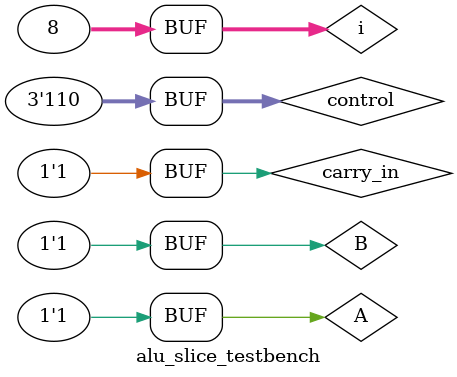
<source format=sv>

`timescale 1ns/10ps
module alu_slice(A, B, carry_in, carry_out, control, result);
	input logic A, B, carry_in;
	input logic [2:0] control;
	output logic carry_out, result;
	parameter delay = 0.05;

	logic [7:0] into_mux;
	
	assign into_mux[0] = B;
	
	logic fulladder_result;
	logic not_B, chosen_B;
	not #delay n (not_B, B);
	mux2_1 m2 (.sel(control[0]), .in({not_B, B}), .out(chosen_B));
	fulladder adder (.A, .B(chosen_B), .carry_in, .carry_out, .sum(fulladder_result));
	assign into_mux[2] = fulladder_result;
	assign into_mux[3] = fulladder_result;
	
	and #delay a (into_mux[4], A, B);
	
	or #delay o (into_mux[5], A, B);
	
	xor #delay x (into_mux[6], A, B);
	
	mux8_1 m8 (.sel(control), .in(into_mux), .out(result));
endmodule

module alu_slice_testbench();
	logic A, B, carry_in;
	logic [2:0] control;
	logic carry_out, result;
	
	alu_slice dut (.A, .B, .carry_in, .carry_out, .control, .result);
	
	integer i;
	initial begin
		for (i = 0; i < 2**3; i++) begin
			{A, B, carry_in} = i;
			control = 3'b000; #10;
			control = 3'b010; #10;
			control = 3'b011; #10;
			control = 3'b100; #10;
			control = 3'b101; #10;
			control = 3'b110; #10;
		end
	end
endmodule

</source>
